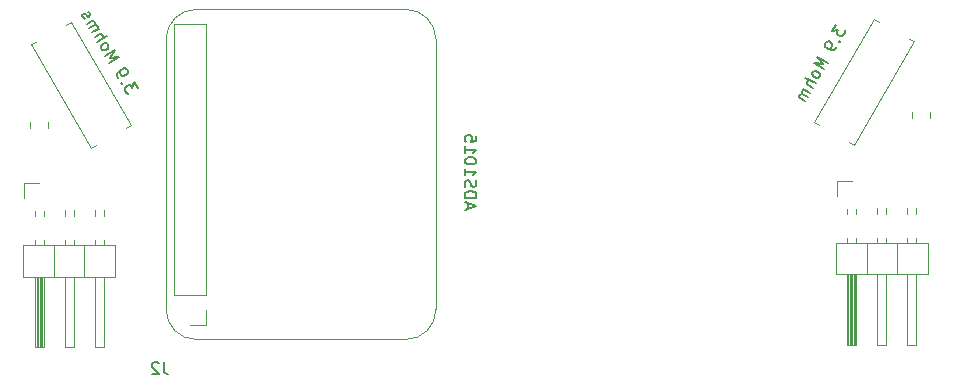
<source format=gbr>
%TF.GenerationSoftware,KiCad,Pcbnew,(7.0.0)*%
%TF.CreationDate,2023-03-18T03:14:20-07:00*%
%TF.ProjectId,Voltage_Sensor_Timer,566f6c74-6167-4655-9f53-656e736f725f,0*%
%TF.SameCoordinates,Original*%
%TF.FileFunction,Legend,Bot*%
%TF.FilePolarity,Positive*%
%FSLAX46Y46*%
G04 Gerber Fmt 4.6, Leading zero omitted, Abs format (unit mm)*
G04 Created by KiCad (PCBNEW (7.0.0)) date 2023-03-18 03:14:20*
%MOMM*%
%LPD*%
G01*
G04 APERTURE LIST*
%ADD10C,0.150000*%
%ADD11C,0.120000*%
%ADD12C,0.101600*%
G04 APERTURE END LIST*
D10*
X123919060Y-86897472D02*
X123609536Y-86361361D01*
X123609536Y-86361361D02*
X123446288Y-86840512D01*
X123446288Y-86840512D02*
X123374860Y-86716795D01*
X123374860Y-86716795D02*
X123286001Y-86658125D01*
X123286001Y-86658125D02*
X123220953Y-86640696D01*
X123220953Y-86640696D02*
X123114664Y-86647075D01*
X123114664Y-86647075D02*
X122908468Y-86766123D01*
X122908468Y-86766123D02*
X122849799Y-86854981D01*
X122849799Y-86854981D02*
X122832369Y-86920030D01*
X122832369Y-86920030D02*
X122838749Y-87026318D01*
X122838749Y-87026318D02*
X122981606Y-87273754D01*
X122981606Y-87273754D02*
X123070464Y-87332423D01*
X123070464Y-87332423D02*
X123135513Y-87349853D01*
X122611704Y-86442588D02*
X122546655Y-86425158D01*
X122546655Y-86425158D02*
X122529225Y-86490207D01*
X122529225Y-86490207D02*
X122594274Y-86507637D01*
X122594274Y-86507637D02*
X122611704Y-86442588D01*
X122611704Y-86442588D02*
X122529225Y-86490207D01*
X122267320Y-86036575D02*
X122172082Y-85871618D01*
X122172082Y-85871618D02*
X122165703Y-85765330D01*
X122165703Y-85765330D02*
X122183132Y-85700281D01*
X122183132Y-85700281D02*
X122259231Y-85546374D01*
X122259231Y-85546374D02*
X122400379Y-85409897D01*
X122400379Y-85409897D02*
X122730293Y-85219420D01*
X122730293Y-85219420D02*
X122836582Y-85213041D01*
X122836582Y-85213041D02*
X122901630Y-85230470D01*
X122901630Y-85230470D02*
X122990489Y-85289140D01*
X122990489Y-85289140D02*
X123085727Y-85454097D01*
X123085727Y-85454097D02*
X123092107Y-85560385D01*
X123092107Y-85560385D02*
X123074677Y-85625434D01*
X123074677Y-85625434D02*
X123016008Y-85714292D01*
X123016008Y-85714292D02*
X122809811Y-85833340D01*
X122809811Y-85833340D02*
X122703523Y-85839719D01*
X122703523Y-85839719D02*
X122638474Y-85822290D01*
X122638474Y-85822290D02*
X122549616Y-85763621D01*
X122549616Y-85763621D02*
X122454378Y-85598663D01*
X122454378Y-85598663D02*
X122447998Y-85492375D01*
X122447998Y-85492375D02*
X122465428Y-85427326D01*
X122465428Y-85427326D02*
X122524097Y-85338468D01*
X121514940Y-84733413D02*
X122380965Y-84233413D01*
X122380965Y-84233413D02*
X121595709Y-84301881D01*
X121595709Y-84301881D02*
X122047632Y-83656063D01*
X122047632Y-83656063D02*
X121181606Y-84156063D01*
X120872082Y-83619952D02*
X120960941Y-83678621D01*
X120960941Y-83678621D02*
X121025990Y-83696051D01*
X121025990Y-83696051D02*
X121132278Y-83689671D01*
X121132278Y-83689671D02*
X121379714Y-83546814D01*
X121379714Y-83546814D02*
X121438383Y-83457956D01*
X121438383Y-83457956D02*
X121455812Y-83392907D01*
X121455812Y-83392907D02*
X121449433Y-83286619D01*
X121449433Y-83286619D02*
X121378004Y-83162901D01*
X121378004Y-83162901D02*
X121289146Y-83104232D01*
X121289146Y-83104232D02*
X121224097Y-83086802D01*
X121224097Y-83086802D02*
X121117809Y-83093182D01*
X121117809Y-83093182D02*
X120870373Y-83236039D01*
X120870373Y-83236039D02*
X120811704Y-83324897D01*
X120811704Y-83324897D02*
X120794274Y-83389946D01*
X120794274Y-83389946D02*
X120800654Y-83496234D01*
X120800654Y-83496234D02*
X120872082Y-83619952D01*
X120491130Y-82960123D02*
X121357155Y-82460123D01*
X120276844Y-82588969D02*
X120730477Y-82327065D01*
X120730477Y-82327065D02*
X120836765Y-82320685D01*
X120836765Y-82320685D02*
X120925623Y-82379354D01*
X120925623Y-82379354D02*
X120997052Y-82503072D01*
X120997052Y-82503072D02*
X121003431Y-82609360D01*
X121003431Y-82609360D02*
X120986002Y-82674409D01*
X120038749Y-82176576D02*
X120616099Y-81843243D01*
X120533621Y-81890862D02*
X120551050Y-81825813D01*
X120551050Y-81825813D02*
X120544671Y-81719525D01*
X120544671Y-81719525D02*
X120473242Y-81595807D01*
X120473242Y-81595807D02*
X120384384Y-81537138D01*
X120384384Y-81537138D02*
X120278096Y-81543518D01*
X120278096Y-81543518D02*
X119824463Y-81805423D01*
X120278096Y-81543518D02*
X120336765Y-81454659D01*
X120336765Y-81454659D02*
X120330385Y-81348371D01*
X120330385Y-81348371D02*
X120258956Y-81224653D01*
X120258956Y-81224653D02*
X120170098Y-81165984D01*
X120170098Y-81165984D02*
X120063810Y-81172364D01*
X120063810Y-81172364D02*
X119610178Y-81434269D01*
X119437131Y-81039306D02*
X119348273Y-80980637D01*
X119348273Y-80980637D02*
X119253035Y-80815680D01*
X119253035Y-80815680D02*
X119246655Y-80709391D01*
X119246655Y-80709391D02*
X119305324Y-80620533D01*
X119305324Y-80620533D02*
X119346564Y-80596724D01*
X119346564Y-80596724D02*
X119452852Y-80590344D01*
X119452852Y-80590344D02*
X119541710Y-80649013D01*
X119541710Y-80649013D02*
X119613139Y-80772731D01*
X119613139Y-80772731D02*
X119701997Y-80831400D01*
X119701997Y-80831400D02*
X119808285Y-80825020D01*
X119808285Y-80825020D02*
X119849524Y-80801211D01*
X119849524Y-80801211D02*
X119908193Y-80712352D01*
X119908193Y-80712352D02*
X119901814Y-80606064D01*
X119901814Y-80606064D02*
X119830385Y-80482346D01*
X119830385Y-80482346D02*
X119741527Y-80423677D01*
X183024082Y-81556908D02*
X182714558Y-82093019D01*
X182714558Y-82093019D02*
X183211139Y-81994820D01*
X183211139Y-81994820D02*
X183139711Y-82118538D01*
X183139711Y-82118538D02*
X183133331Y-82224826D01*
X183133331Y-82224826D02*
X183150761Y-82289875D01*
X183150761Y-82289875D02*
X183209430Y-82378733D01*
X183209430Y-82378733D02*
X183415626Y-82497781D01*
X183415626Y-82497781D02*
X183521914Y-82504161D01*
X183521914Y-82504161D02*
X183586963Y-82486731D01*
X183586963Y-82486731D02*
X183675822Y-82428062D01*
X183675822Y-82428062D02*
X183818679Y-82180626D01*
X183818679Y-82180626D02*
X183825058Y-82074338D01*
X183825058Y-82074338D02*
X183807629Y-82009289D01*
X183283819Y-82916554D02*
X183301249Y-82981602D01*
X183301249Y-82981602D02*
X183366298Y-82964173D01*
X183366298Y-82964173D02*
X183348868Y-82899124D01*
X183348868Y-82899124D02*
X183283819Y-82916554D01*
X183283819Y-82916554D02*
X183366298Y-82964173D01*
X183104393Y-83417805D02*
X183009155Y-83582762D01*
X183009155Y-83582762D02*
X182920297Y-83641431D01*
X182920297Y-83641431D02*
X182855248Y-83658861D01*
X182855248Y-83658861D02*
X182683911Y-83669911D01*
X182683911Y-83669911D02*
X182495144Y-83615912D01*
X182495144Y-83615912D02*
X182165230Y-83425436D01*
X182165230Y-83425436D02*
X182106561Y-83336577D01*
X182106561Y-83336577D02*
X182089131Y-83271529D01*
X182089131Y-83271529D02*
X182095511Y-83165240D01*
X182095511Y-83165240D02*
X182190749Y-83000283D01*
X182190749Y-83000283D02*
X182279607Y-82941614D01*
X182279607Y-82941614D02*
X182344656Y-82924184D01*
X182344656Y-82924184D02*
X182450944Y-82930564D01*
X182450944Y-82930564D02*
X182657141Y-83049612D01*
X182657141Y-83049612D02*
X182715810Y-83138470D01*
X182715810Y-83138470D02*
X182733239Y-83203519D01*
X182733239Y-83203519D02*
X182726860Y-83309807D01*
X182726860Y-83309807D02*
X182631622Y-83474764D01*
X182631622Y-83474764D02*
X182542763Y-83533433D01*
X182542763Y-83533433D02*
X182477714Y-83550863D01*
X182477714Y-83550863D02*
X182371426Y-83544483D01*
X182352012Y-84720967D02*
X181485987Y-84220967D01*
X181485987Y-84220967D02*
X181937910Y-84866785D01*
X181937910Y-84866785D02*
X181152654Y-84798317D01*
X181152654Y-84798317D02*
X182018679Y-85298317D01*
X181709155Y-85834428D02*
X181715535Y-85728140D01*
X181715535Y-85728140D02*
X181698105Y-85663091D01*
X181698105Y-85663091D02*
X181639436Y-85574232D01*
X181639436Y-85574232D02*
X181392000Y-85431375D01*
X181392000Y-85431375D02*
X181285712Y-85424996D01*
X181285712Y-85424996D02*
X181220663Y-85442425D01*
X181220663Y-85442425D02*
X181131805Y-85501094D01*
X181131805Y-85501094D02*
X181060376Y-85624812D01*
X181060376Y-85624812D02*
X181053997Y-85731100D01*
X181053997Y-85731100D02*
X181071426Y-85796149D01*
X181071426Y-85796149D02*
X181130095Y-85885008D01*
X181130095Y-85885008D02*
X181377531Y-86027865D01*
X181377531Y-86027865D02*
X181483819Y-86034245D01*
X181483819Y-86034245D02*
X181548868Y-86016815D01*
X181548868Y-86016815D02*
X181637727Y-85958146D01*
X181637727Y-85958146D02*
X181709155Y-85834428D01*
X181328203Y-86494257D02*
X180462177Y-85994257D01*
X181113917Y-86865410D02*
X180660285Y-86603506D01*
X180660285Y-86603506D02*
X180601616Y-86514647D01*
X180601616Y-86514647D02*
X180607995Y-86408359D01*
X180607995Y-86408359D02*
X180679424Y-86284641D01*
X180679424Y-86284641D02*
X180768282Y-86225972D01*
X180768282Y-86225972D02*
X180833331Y-86208542D01*
X180875822Y-87277804D02*
X180298471Y-86944470D01*
X180380950Y-86992089D02*
X180315901Y-87009519D01*
X180315901Y-87009519D02*
X180227043Y-87068188D01*
X180227043Y-87068188D02*
X180155614Y-87191906D01*
X180155614Y-87191906D02*
X180149235Y-87298194D01*
X180149235Y-87298194D02*
X180207904Y-87387053D01*
X180207904Y-87387053D02*
X180661536Y-87648957D01*
X180207904Y-87387053D02*
X180101616Y-87380673D01*
X180101616Y-87380673D02*
X180012757Y-87439342D01*
X180012757Y-87439342D02*
X179941329Y-87563060D01*
X179941329Y-87563060D02*
X179934949Y-87669348D01*
X179934949Y-87669348D02*
X179993618Y-87758206D01*
X179993618Y-87758206D02*
X180447250Y-88020111D01*
X151887333Y-97091523D02*
X151887333Y-96615333D01*
X151601619Y-97186761D02*
X152601619Y-96853428D01*
X152601619Y-96853428D02*
X151601619Y-96520095D01*
X151601619Y-96186761D02*
X152601619Y-96186761D01*
X152601619Y-96186761D02*
X152601619Y-95948666D01*
X152601619Y-95948666D02*
X152554000Y-95805809D01*
X152554000Y-95805809D02*
X152458761Y-95710571D01*
X152458761Y-95710571D02*
X152363523Y-95662952D01*
X152363523Y-95662952D02*
X152173047Y-95615333D01*
X152173047Y-95615333D02*
X152030190Y-95615333D01*
X152030190Y-95615333D02*
X151839714Y-95662952D01*
X151839714Y-95662952D02*
X151744476Y-95710571D01*
X151744476Y-95710571D02*
X151649238Y-95805809D01*
X151649238Y-95805809D02*
X151601619Y-95948666D01*
X151601619Y-95948666D02*
X151601619Y-96186761D01*
X151649238Y-95234380D02*
X151601619Y-95091523D01*
X151601619Y-95091523D02*
X151601619Y-94853428D01*
X151601619Y-94853428D02*
X151649238Y-94758190D01*
X151649238Y-94758190D02*
X151696857Y-94710571D01*
X151696857Y-94710571D02*
X151792095Y-94662952D01*
X151792095Y-94662952D02*
X151887333Y-94662952D01*
X151887333Y-94662952D02*
X151982571Y-94710571D01*
X151982571Y-94710571D02*
X152030190Y-94758190D01*
X152030190Y-94758190D02*
X152077809Y-94853428D01*
X152077809Y-94853428D02*
X152125428Y-95043904D01*
X152125428Y-95043904D02*
X152173047Y-95139142D01*
X152173047Y-95139142D02*
X152220666Y-95186761D01*
X152220666Y-95186761D02*
X152315904Y-95234380D01*
X152315904Y-95234380D02*
X152411142Y-95234380D01*
X152411142Y-95234380D02*
X152506380Y-95186761D01*
X152506380Y-95186761D02*
X152554000Y-95139142D01*
X152554000Y-95139142D02*
X152601619Y-95043904D01*
X152601619Y-95043904D02*
X152601619Y-94805809D01*
X152601619Y-94805809D02*
X152554000Y-94662952D01*
X151601619Y-93710571D02*
X151601619Y-94281999D01*
X151601619Y-93996285D02*
X152601619Y-93996285D01*
X152601619Y-93996285D02*
X152458761Y-94091523D01*
X152458761Y-94091523D02*
X152363523Y-94186761D01*
X152363523Y-94186761D02*
X152315904Y-94281999D01*
X152601619Y-93091523D02*
X152601619Y-92996285D01*
X152601619Y-92996285D02*
X152554000Y-92901047D01*
X152554000Y-92901047D02*
X152506380Y-92853428D01*
X152506380Y-92853428D02*
X152411142Y-92805809D01*
X152411142Y-92805809D02*
X152220666Y-92758190D01*
X152220666Y-92758190D02*
X151982571Y-92758190D01*
X151982571Y-92758190D02*
X151792095Y-92805809D01*
X151792095Y-92805809D02*
X151696857Y-92853428D01*
X151696857Y-92853428D02*
X151649238Y-92901047D01*
X151649238Y-92901047D02*
X151601619Y-92996285D01*
X151601619Y-92996285D02*
X151601619Y-93091523D01*
X151601619Y-93091523D02*
X151649238Y-93186761D01*
X151649238Y-93186761D02*
X151696857Y-93234380D01*
X151696857Y-93234380D02*
X151792095Y-93281999D01*
X151792095Y-93281999D02*
X151982571Y-93329618D01*
X151982571Y-93329618D02*
X152220666Y-93329618D01*
X152220666Y-93329618D02*
X152411142Y-93281999D01*
X152411142Y-93281999D02*
X152506380Y-93234380D01*
X152506380Y-93234380D02*
X152554000Y-93186761D01*
X152554000Y-93186761D02*
X152601619Y-93091523D01*
X151601619Y-91805809D02*
X151601619Y-92377237D01*
X151601619Y-92091523D02*
X152601619Y-92091523D01*
X152601619Y-92091523D02*
X152458761Y-92186761D01*
X152458761Y-92186761D02*
X152363523Y-92281999D01*
X152363523Y-92281999D02*
X152315904Y-92377237D01*
X152601619Y-90901047D02*
X152601619Y-91377237D01*
X152601619Y-91377237D02*
X152125428Y-91424856D01*
X152125428Y-91424856D02*
X152173047Y-91377237D01*
X152173047Y-91377237D02*
X152220666Y-91281999D01*
X152220666Y-91281999D02*
X152220666Y-91043904D01*
X152220666Y-91043904D02*
X152173047Y-90948666D01*
X152173047Y-90948666D02*
X152125428Y-90901047D01*
X152125428Y-90901047D02*
X152030190Y-90853428D01*
X152030190Y-90853428D02*
X151792095Y-90853428D01*
X151792095Y-90853428D02*
X151696857Y-90901047D01*
X151696857Y-90901047D02*
X151649238Y-90948666D01*
X151649238Y-90948666D02*
X151601619Y-91043904D01*
X151601619Y-91043904D02*
X151601619Y-91281999D01*
X151601619Y-91281999D02*
X151649238Y-91377237D01*
X151649238Y-91377237D02*
X151696857Y-91424856D01*
%TO.C,J2*%
X126135854Y-110089359D02*
X126135854Y-110803645D01*
X126135854Y-110803645D02*
X126183473Y-110946502D01*
X126183473Y-110946502D02*
X126278711Y-111041740D01*
X126278711Y-111041740D02*
X126421568Y-111089359D01*
X126421568Y-111089359D02*
X126516806Y-111089359D01*
X125707282Y-110184598D02*
X125659663Y-110136979D01*
X125659663Y-110136979D02*
X125564425Y-110089359D01*
X125564425Y-110089359D02*
X125326330Y-110089359D01*
X125326330Y-110089359D02*
X125231092Y-110136979D01*
X125231092Y-110136979D02*
X125183473Y-110184598D01*
X125183473Y-110184598D02*
X125135854Y-110279836D01*
X125135854Y-110279836D02*
X125135854Y-110375074D01*
X125135854Y-110375074D02*
X125183473Y-110517931D01*
X125183473Y-110517931D02*
X125754901Y-111089359D01*
X125754901Y-111089359D02*
X125135854Y-111089359D01*
D11*
%TO.C,R2*%
X189617769Y-82929252D02*
X184547769Y-91710749D01*
X189202077Y-82689252D02*
X189617769Y-82929252D01*
X186707923Y-81249252D02*
X186292231Y-81009252D01*
X186292231Y-81009252D02*
X181222231Y-89790749D01*
X184547769Y-91710749D02*
X184132077Y-91470749D01*
X181222231Y-89790749D02*
X181637923Y-90030749D01*
D12*
%TO.C,J2*%
X126327780Y-82768724D02*
X126327780Y-105628724D01*
D11*
X127012521Y-81451979D02*
X129672521Y-81451979D01*
X127012521Y-104371979D02*
X127012521Y-81451979D01*
X127012521Y-104371979D02*
X129672521Y-104371979D01*
X128342521Y-106971979D02*
X129672521Y-106971979D01*
D12*
X128867780Y-108168724D02*
X146647780Y-108168724D01*
D11*
X129672521Y-104371979D02*
X129672521Y-81451979D01*
X129672521Y-106971979D02*
X129672521Y-105641979D01*
D12*
X146647780Y-80228724D02*
X128867780Y-80228724D01*
X149187780Y-105628724D02*
X149187780Y-82768724D01*
X128867780Y-80228724D02*
G75*
G03*
X126327780Y-82768724I1J-2540001D01*
G01*
X126327780Y-105628724D02*
G75*
G03*
X128867780Y-108168724I2540001J1D01*
G01*
X149187776Y-82768724D02*
G75*
G03*
X146647780Y-80228724I-2539955J45D01*
G01*
X146647780Y-108168718D02*
G75*
G03*
X149187780Y-105628724I1J2539999D01*
G01*
D11*
%TO.C,R4*%
X116305000Y-89792436D02*
X116305000Y-90246564D01*
X114835000Y-89792436D02*
X114835000Y-90246564D01*
%TO.C,J1*%
X115585000Y-94934000D02*
X114315000Y-94934000D01*
X114315000Y-94934000D02*
X114315000Y-96204000D01*
X121045000Y-97246929D02*
X121045000Y-97701071D01*
X120285000Y-97246929D02*
X120285000Y-97701071D01*
X118505000Y-97246929D02*
X118505000Y-97701071D01*
X117745000Y-97246929D02*
X117745000Y-97701071D01*
X115965000Y-97314000D02*
X115965000Y-97701071D01*
X115205000Y-97314000D02*
X115205000Y-97701071D01*
X121045000Y-99786929D02*
X121045000Y-100184000D01*
X120285000Y-99786929D02*
X120285000Y-100184000D01*
X118505000Y-99786929D02*
X118505000Y-100184000D01*
X117745000Y-99786929D02*
X117745000Y-100184000D01*
X115965000Y-99786929D02*
X115965000Y-100184000D01*
X115205000Y-99786929D02*
X115205000Y-100184000D01*
X121995000Y-100184000D02*
X121995000Y-102844000D01*
X119395000Y-100184000D02*
X119395000Y-102844000D01*
X116855000Y-100184000D02*
X116855000Y-102844000D01*
X114255000Y-100184000D02*
X121995000Y-100184000D01*
X121995000Y-102844000D02*
X114255000Y-102844000D01*
X120285000Y-102844000D02*
X120285000Y-108844000D01*
X117745000Y-102844000D02*
X117745000Y-108844000D01*
X115865000Y-102844000D02*
X115865000Y-108844000D01*
X115745000Y-102844000D02*
X115745000Y-108844000D01*
X115625000Y-102844000D02*
X115625000Y-108844000D01*
X115505000Y-102844000D02*
X115505000Y-108844000D01*
X115385000Y-102844000D02*
X115385000Y-108844000D01*
X115265000Y-102844000D02*
X115265000Y-108844000D01*
X115205000Y-102844000D02*
X115205000Y-108844000D01*
X114255000Y-102844000D02*
X114255000Y-100184000D01*
X121045000Y-108844000D02*
X121045000Y-102844000D01*
X120285000Y-108844000D02*
X121045000Y-108844000D01*
X118505000Y-108844000D02*
X118505000Y-102844000D01*
X117745000Y-108844000D02*
X118505000Y-108844000D01*
X115965000Y-108844000D02*
X115965000Y-102844000D01*
X115205000Y-108844000D02*
X115965000Y-108844000D01*
%TO.C,J4*%
X184404000Y-94742000D02*
X183134000Y-94742000D01*
X183134000Y-94742000D02*
X183134000Y-96012000D01*
X189864000Y-97054929D02*
X189864000Y-97509071D01*
X189104000Y-97054929D02*
X189104000Y-97509071D01*
X187324000Y-97054929D02*
X187324000Y-97509071D01*
X186564000Y-97054929D02*
X186564000Y-97509071D01*
X184784000Y-97122000D02*
X184784000Y-97509071D01*
X184024000Y-97122000D02*
X184024000Y-97509071D01*
X189864000Y-99594929D02*
X189864000Y-99992000D01*
X189104000Y-99594929D02*
X189104000Y-99992000D01*
X187324000Y-99594929D02*
X187324000Y-99992000D01*
X186564000Y-99594929D02*
X186564000Y-99992000D01*
X184784000Y-99594929D02*
X184784000Y-99992000D01*
X184024000Y-99594929D02*
X184024000Y-99992000D01*
X190814000Y-99992000D02*
X190814000Y-102652000D01*
X188214000Y-99992000D02*
X188214000Y-102652000D01*
X185674000Y-99992000D02*
X185674000Y-102652000D01*
X183074000Y-99992000D02*
X190814000Y-99992000D01*
X190814000Y-102652000D02*
X183074000Y-102652000D01*
X189104000Y-102652000D02*
X189104000Y-108652000D01*
X186564000Y-102652000D02*
X186564000Y-108652000D01*
X184684000Y-102652000D02*
X184684000Y-108652000D01*
X184564000Y-102652000D02*
X184564000Y-108652000D01*
X184444000Y-102652000D02*
X184444000Y-108652000D01*
X184324000Y-102652000D02*
X184324000Y-108652000D01*
X184204000Y-102652000D02*
X184204000Y-108652000D01*
X184084000Y-102652000D02*
X184084000Y-108652000D01*
X184024000Y-102652000D02*
X184024000Y-108652000D01*
X183074000Y-102652000D02*
X183074000Y-99992000D01*
X189864000Y-108652000D02*
X189864000Y-102652000D01*
X189104000Y-108652000D02*
X189864000Y-108652000D01*
X187324000Y-108652000D02*
X187324000Y-102652000D01*
X186564000Y-108652000D02*
X187324000Y-108652000D01*
X184784000Y-108652000D02*
X184784000Y-102652000D01*
X184024000Y-108652000D02*
X184784000Y-108652000D01*
%TO.C,R1*%
X190981000Y-88926936D02*
X190981000Y-89381064D01*
X189511000Y-88926936D02*
X189511000Y-89381064D01*
%TO.C,R3*%
X118253769Y-81263252D02*
X123323769Y-90044749D01*
X117838077Y-81503252D02*
X118253769Y-81263252D01*
X115343923Y-82943252D02*
X114928231Y-83183252D01*
X114928231Y-83183252D02*
X119998231Y-91964749D01*
X123323769Y-90044749D02*
X122908077Y-90284749D01*
X119998231Y-91964749D02*
X120413923Y-91724749D01*
%TD*%
M02*

</source>
